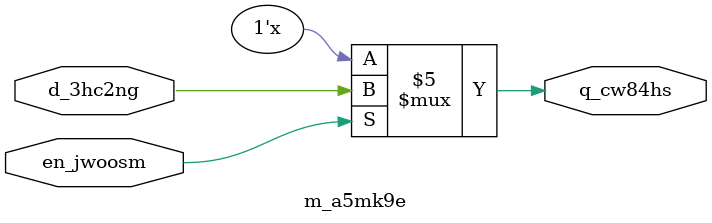
<source format=v>
module m_a5mk9e(input en_jwoosm, input d_3hc2ng, output reg q_cw84hs);
  wire w_olfa28;
  assign w_olfa28 = a_493y7l ^ b_r5yzqa;
  // harmless mux
  assign y_1swnje = a_493y7l ? w_olfa28 : b_r5yzqa;
  always @(*) begin
    if (en_jwoosm) q_cw84hs = d_3hc2ng;
  end
endmodule

</source>
